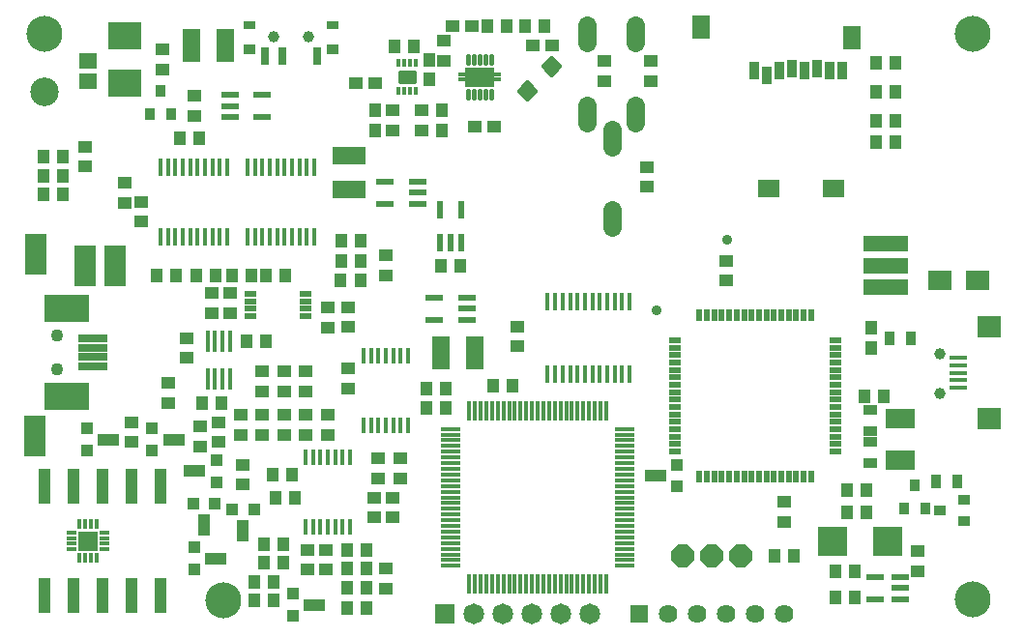
<source format=gts>
G75*
%MOIN*%
%OFA0B0*%
%FSLAX24Y24*%
%IPPOS*%
%LPD*%
%AMOC8*
5,1,8,0,0,1.08239X$1,22.5*
%
%ADD10R,0.0394X0.0197*%
%ADD11R,0.0197X0.0394*%
%ADD12R,0.1024X0.0257*%
%ADD13R,0.1536X0.0946*%
%ADD14C,0.0434*%
%ADD15R,0.0182X0.0591*%
%ADD16R,0.0434X0.0473*%
%ADD17R,0.0473X0.0434*%
%ADD18R,0.0740X0.1390*%
%ADD19R,0.0182X0.0552*%
%ADD20R,0.0440X0.0440*%
%ADD21R,0.0440X0.0740*%
%ADD22R,0.0740X0.0440*%
%ADD23R,0.0168X0.0749*%
%ADD24R,0.0442X0.0201*%
%ADD25R,0.0434X0.1221*%
%ADD26R,0.0985X0.0985*%
%ADD27R,0.0631X0.0237*%
%ADD28R,0.0158X0.0631*%
%ADD29R,0.0715X0.0715*%
%ADD30C,0.0715*%
%ADD31R,0.0631X0.0197*%
%ADD32C,0.0394*%
%ADD33R,0.0631X0.0552*%
%ADD34R,0.1182X0.0631*%
%ADD35R,0.0631X0.1182*%
%ADD36C,0.0985*%
%ADD37R,0.0670X0.0146*%
%ADD38R,0.0146X0.0670*%
%ADD39C,0.0640*%
%ADD40OC8,0.0800*%
%ADD41R,0.0394X0.0355*%
%ADD42R,0.0355X0.0394*%
%ADD43R,0.0355X0.0512*%
%ADD44R,0.0512X0.0355*%
%ADD45R,0.0788X0.0670*%
%ADD46R,0.1140X0.0940*%
%ADD47C,0.0355*%
%ADD48R,0.0640X0.0640*%
%ADD49C,0.0640*%
%ADD50R,0.0985X0.0709*%
%ADD51R,0.0355X0.0631*%
%ADD52R,0.0749X0.0591*%
%ADD53R,0.0591X0.0788*%
%ADD54R,0.0197X0.0631*%
%ADD55C,0.1240*%
%ADD56C,0.0150*%
%ADD57R,0.0985X0.0690*%
%ADD58R,0.0316X0.0150*%
%ADD59C,0.0390*%
%ADD60C,0.0166*%
%ADD61R,0.1540X0.0540*%
%ADD62R,0.0316X0.0631*%
%ADD63R,0.0434X0.0276*%
%ADD64R,0.0434X0.0355*%
%ADD65R,0.0158X0.0296*%
%ADD66C,0.0091*%
%ADD67C,0.0380*%
%ADD68C,0.0157*%
%ADD69R,0.0689X0.0689*%
%ADD70R,0.0276X0.0157*%
%ADD71R,0.0157X0.0276*%
%ADD72R,0.0591X0.0178*%
%ADD73R,0.0788X0.0749*%
D10*
X023224Y006786D03*
X023224Y007042D03*
X023224Y007298D03*
X023224Y007553D03*
X023224Y007809D03*
X023224Y008065D03*
X023224Y008321D03*
X023224Y008577D03*
X023224Y008833D03*
X023224Y009089D03*
X023224Y009345D03*
X023224Y009601D03*
X023224Y009857D03*
X023224Y010112D03*
X023224Y010368D03*
X023224Y010624D03*
X028776Y010624D03*
X028776Y010368D03*
X028776Y010112D03*
X028776Y009857D03*
X028776Y009601D03*
X028776Y009345D03*
X028776Y009089D03*
X028776Y008833D03*
X028776Y008577D03*
X028776Y008321D03*
X028776Y008065D03*
X028776Y007809D03*
X028776Y007553D03*
X028776Y007298D03*
X028776Y007042D03*
X028776Y006786D03*
D11*
X027919Y005929D03*
X027663Y005929D03*
X027407Y005929D03*
X027152Y005929D03*
X026896Y005929D03*
X026640Y005929D03*
X026384Y005929D03*
X026128Y005929D03*
X025872Y005929D03*
X025616Y005929D03*
X025360Y005929D03*
X025104Y005929D03*
X024848Y005929D03*
X024593Y005929D03*
X024337Y005929D03*
X024081Y005929D03*
X024081Y011481D03*
X024337Y011481D03*
X024593Y011481D03*
X024848Y011481D03*
X025104Y011481D03*
X025360Y011481D03*
X025616Y011481D03*
X025872Y011481D03*
X026128Y011481D03*
X026384Y011481D03*
X026640Y011481D03*
X026896Y011481D03*
X027152Y011481D03*
X027407Y011481D03*
X027663Y011481D03*
X027919Y011481D03*
D12*
X003157Y010677D03*
X003157Y010362D03*
X003157Y010048D03*
X003157Y009733D03*
D13*
X002252Y008689D03*
X002252Y011721D03*
D14*
X001917Y010796D03*
X001917Y009614D03*
D15*
X005500Y014205D03*
X005756Y014205D03*
X006012Y014205D03*
X006268Y014205D03*
X006524Y014205D03*
X006780Y014205D03*
X007035Y014205D03*
X007291Y014205D03*
X007547Y014205D03*
X007803Y014205D03*
X008500Y014205D03*
X008756Y014205D03*
X009012Y014205D03*
X009268Y014205D03*
X009524Y014205D03*
X009780Y014205D03*
X010035Y014205D03*
X010291Y014205D03*
X010547Y014205D03*
X010803Y014205D03*
X010803Y016605D03*
X010547Y016605D03*
X010291Y016605D03*
X010035Y016605D03*
X009780Y016605D03*
X009524Y016605D03*
X009268Y016605D03*
X009012Y016605D03*
X008756Y016605D03*
X008500Y016605D03*
X007803Y016605D03*
X007547Y016605D03*
X007291Y016605D03*
X007035Y016605D03*
X006780Y016605D03*
X006524Y016605D03*
X006268Y016605D03*
X006012Y016605D03*
X005756Y016605D03*
X005500Y016605D03*
D16*
X006165Y017605D03*
X006835Y017605D03*
X002135Y016955D03*
X001465Y016955D03*
X001465Y016305D03*
X002135Y016305D03*
X002135Y015655D03*
X001465Y015655D03*
X005365Y012855D03*
X006035Y012855D03*
X006715Y012855D03*
X007385Y012855D03*
X007965Y012855D03*
X008635Y012855D03*
X009115Y012855D03*
X009785Y012855D03*
X011713Y012690D03*
X012382Y012690D03*
X012385Y013355D03*
X011715Y013355D03*
X011715Y014055D03*
X012385Y014055D03*
X015165Y013205D03*
X015835Y013205D03*
X015335Y008955D03*
X014665Y008955D03*
X014665Y008305D03*
X015335Y008305D03*
X016965Y009055D03*
X017635Y009055D03*
X010035Y006005D03*
X009365Y006005D03*
X009465Y005205D03*
X010135Y005205D03*
X009735Y003605D03*
X009065Y003605D03*
X009065Y002955D03*
X009735Y002955D03*
X009385Y002305D03*
X008715Y002305D03*
X008715Y001655D03*
X009385Y001655D03*
X011915Y001405D03*
X012585Y001405D03*
X012585Y002105D03*
X011915Y002105D03*
X011915Y002755D03*
X011915Y003405D03*
X012585Y003405D03*
X012585Y002755D03*
X007585Y008455D03*
X006915Y008455D03*
X008465Y010605D03*
X009135Y010605D03*
X012900Y017870D03*
X012900Y018540D03*
X014750Y019620D03*
X014750Y020290D03*
X014235Y020755D03*
X013565Y020755D03*
X015200Y018540D03*
X015200Y017870D03*
X016765Y021455D03*
X017435Y021455D03*
X018065Y021455D03*
X018735Y021455D03*
X030165Y020205D03*
X030835Y020205D03*
X030835Y019205D03*
X030165Y019205D03*
X030165Y018205D03*
X030835Y018205D03*
X030835Y017455D03*
X030165Y017455D03*
X030000Y011040D03*
X030000Y010370D03*
X029765Y008705D03*
X030435Y008705D03*
X029835Y005455D03*
X029165Y005455D03*
X029165Y004705D03*
X029835Y004705D03*
X027335Y003205D03*
X026665Y003205D03*
X028765Y002655D03*
X029435Y002655D03*
X029435Y001755D03*
X028765Y001755D03*
D17*
X031600Y002670D03*
X031600Y003340D03*
X027000Y004370D03*
X027000Y005040D03*
X017800Y010420D03*
X017800Y011090D03*
X013250Y012870D03*
X013250Y013540D03*
X011953Y011743D03*
X011250Y011740D03*
X011250Y011070D03*
X011953Y011074D03*
X011950Y009640D03*
X011950Y008970D03*
X011250Y008040D03*
X010500Y008040D03*
X009750Y008040D03*
X009000Y008040D03*
X008250Y008040D03*
X007500Y007790D03*
X006850Y007640D03*
X007500Y007120D03*
X006850Y006970D03*
X008250Y007370D03*
X009000Y007370D03*
X009750Y007370D03*
X010500Y007370D03*
X011250Y007370D03*
X013000Y006540D03*
X013750Y006540D03*
X013750Y005870D03*
X013000Y005870D03*
X012850Y005190D03*
X013500Y005190D03*
X013500Y004520D03*
X012850Y004520D03*
X011200Y003390D03*
X010550Y003390D03*
X010550Y002720D03*
X011200Y002720D03*
X013250Y002740D03*
X013250Y002070D03*
X008329Y005660D03*
X008329Y006329D03*
X005750Y008470D03*
X005750Y009140D03*
X006400Y010020D03*
X006400Y010690D03*
X007250Y011570D03*
X007900Y011570D03*
X007900Y012240D03*
X007250Y012240D03*
X004831Y014728D03*
X004831Y015398D03*
X004250Y015370D03*
X004250Y016040D03*
X002900Y016620D03*
X002900Y017290D03*
X006650Y018370D03*
X006650Y019040D03*
X005550Y019970D03*
X005550Y020640D03*
X012215Y019505D03*
X012885Y019505D03*
X013500Y018540D03*
X013500Y017870D03*
X014500Y017870D03*
X014500Y018540D03*
X016315Y018005D03*
X016985Y018005D03*
X015250Y020270D03*
X015250Y020940D03*
X015565Y021455D03*
X016235Y021455D03*
X018341Y020788D03*
X019011Y020788D03*
X020800Y020240D03*
X020800Y019570D03*
X022400Y019570D03*
X022400Y020240D03*
X022250Y016590D03*
X022250Y015920D03*
X025007Y013354D03*
X025007Y012685D03*
X010500Y009540D03*
X009750Y009540D03*
X009000Y009540D03*
X009000Y008870D03*
X009750Y008870D03*
X010500Y008870D03*
X004500Y007790D03*
X004500Y007120D03*
D18*
X001176Y007327D03*
X002895Y013205D03*
X003946Y013192D03*
X001201Y013602D03*
D19*
X010500Y006605D03*
X010756Y006605D03*
X011012Y006605D03*
X011268Y006605D03*
X011524Y006605D03*
X011780Y006605D03*
X012035Y006605D03*
X012500Y007705D03*
X012756Y007705D03*
X013012Y007705D03*
X013268Y007705D03*
X013524Y007705D03*
X013780Y007705D03*
X014035Y007705D03*
X014035Y010105D03*
X013780Y010105D03*
X013524Y010105D03*
X013268Y010105D03*
X013012Y010105D03*
X012756Y010105D03*
X012500Y010105D03*
X012035Y004205D03*
X011780Y004205D03*
X011524Y004205D03*
X011268Y004205D03*
X011012Y004205D03*
X010756Y004205D03*
X010500Y004205D03*
D20*
X008720Y004805D03*
X007970Y004805D03*
X007370Y005005D03*
X006620Y005005D03*
X007421Y005735D03*
X007421Y006485D03*
X005200Y006825D03*
X005200Y007575D03*
X002950Y007575D03*
X002950Y006825D03*
X006650Y003475D03*
X006650Y002725D03*
X010050Y001875D03*
X010050Y001125D03*
X023300Y005585D03*
X023300Y006335D03*
D21*
X008345Y004055D03*
X006995Y004255D03*
D22*
X007400Y003100D03*
X010800Y001500D03*
X006671Y006110D03*
X005950Y007200D03*
X003700Y007200D03*
X022550Y005960D03*
D23*
X007884Y009305D03*
X007628Y009305D03*
X007372Y009305D03*
X007116Y009305D03*
X007116Y010605D03*
X007372Y010605D03*
X007628Y010605D03*
X007884Y010605D03*
D24*
X008610Y011455D03*
X008610Y011711D03*
X008610Y011967D03*
X008610Y012223D03*
X010500Y012223D03*
X010500Y011967D03*
X010500Y011711D03*
X010500Y011455D03*
D25*
X001500Y001823D03*
X002500Y001823D03*
X003500Y001823D03*
X004500Y001823D03*
X005500Y001823D03*
X005500Y005587D03*
X004500Y005587D03*
X003500Y005587D03*
X002500Y005587D03*
X001500Y005587D03*
D26*
X028650Y003705D03*
X030579Y003705D03*
D27*
X031000Y002453D03*
X031000Y002079D03*
X031000Y001705D03*
X030134Y001705D03*
X030134Y002453D03*
D28*
X021663Y009445D03*
X021407Y009445D03*
X021152Y009445D03*
X020896Y009445D03*
X020640Y009445D03*
X020384Y009445D03*
X020128Y009445D03*
X019872Y009445D03*
X019616Y009445D03*
X019360Y009445D03*
X019104Y009445D03*
X018848Y009445D03*
X018848Y011965D03*
X019104Y011965D03*
X019360Y011965D03*
X019616Y011965D03*
X019872Y011965D03*
X020128Y011965D03*
X020384Y011965D03*
X020640Y011965D03*
X020896Y011965D03*
X021152Y011965D03*
X021407Y011965D03*
X021663Y011965D03*
D29*
X015300Y001205D03*
D30*
X016300Y001205D03*
X017300Y001205D03*
X018300Y001205D03*
X019300Y001205D03*
X020300Y001205D03*
D31*
X016060Y011335D03*
X016060Y011709D03*
X016060Y012083D03*
X014938Y012083D03*
X014938Y011335D03*
X014360Y015335D03*
X014360Y015709D03*
X014360Y016083D03*
X013238Y016083D03*
X013238Y015335D03*
X009012Y018327D03*
X009012Y019075D03*
X007890Y019075D03*
X007890Y018701D03*
X007890Y018327D03*
D32*
X009409Y021105D03*
X010591Y021105D03*
X032370Y010172D03*
X032370Y008794D03*
D33*
X003000Y019570D03*
X003000Y020240D03*
D34*
X012000Y016996D03*
X012000Y015814D03*
D35*
X007741Y020805D03*
X006559Y020805D03*
X015159Y010205D03*
X016341Y010205D03*
D36*
X001500Y019205D03*
D37*
X015508Y007567D03*
X015508Y007370D03*
X015508Y007174D03*
X015508Y006977D03*
X015508Y006780D03*
X015508Y006583D03*
X015508Y006386D03*
X015508Y006189D03*
X015508Y005992D03*
X015508Y005796D03*
X015508Y005599D03*
X015508Y005402D03*
X015508Y005205D03*
X015508Y005008D03*
X015508Y004811D03*
X015508Y004614D03*
X015508Y004418D03*
X015508Y004221D03*
X015508Y004024D03*
X015508Y003827D03*
X015508Y003630D03*
X015508Y003433D03*
X015508Y003236D03*
X015508Y003040D03*
X015508Y002843D03*
X021492Y002843D03*
X021492Y003040D03*
X021492Y003236D03*
X021492Y003433D03*
X021492Y003630D03*
X021492Y003827D03*
X021492Y004024D03*
X021492Y004221D03*
X021492Y004418D03*
X021492Y004614D03*
X021492Y004811D03*
X021492Y005008D03*
X021492Y005205D03*
X021492Y005402D03*
X021492Y005599D03*
X021492Y005796D03*
X021492Y005992D03*
X021492Y006189D03*
X021492Y006386D03*
X021492Y006583D03*
X021492Y006780D03*
X021492Y006977D03*
X021492Y007174D03*
X021492Y007370D03*
X021492Y007567D03*
D38*
X020862Y008197D03*
X020665Y008197D03*
X020469Y008197D03*
X020272Y008197D03*
X020075Y008197D03*
X019878Y008197D03*
X019681Y008197D03*
X019484Y008197D03*
X019287Y008197D03*
X019091Y008197D03*
X018894Y008197D03*
X018697Y008197D03*
X018500Y008197D03*
X018303Y008197D03*
X018106Y008197D03*
X017909Y008197D03*
X017713Y008197D03*
X017516Y008197D03*
X017319Y008197D03*
X017122Y008197D03*
X016925Y008197D03*
X016728Y008197D03*
X016531Y008197D03*
X016335Y008197D03*
X016138Y008197D03*
X016138Y002213D03*
X016335Y002213D03*
X016531Y002213D03*
X016728Y002213D03*
X016925Y002213D03*
X017122Y002213D03*
X017319Y002213D03*
X017516Y002213D03*
X017713Y002213D03*
X017909Y002213D03*
X018106Y002213D03*
X018303Y002213D03*
X018500Y002213D03*
X018697Y002213D03*
X018894Y002213D03*
X019091Y002213D03*
X019287Y002213D03*
X019484Y002213D03*
X019681Y002213D03*
X019878Y002213D03*
X020075Y002213D03*
X020272Y002213D03*
X020469Y002213D03*
X020665Y002213D03*
X020862Y002213D03*
D39*
X021062Y014527D02*
X021062Y015127D01*
X021062Y017283D02*
X021062Y017883D01*
X021862Y018127D02*
X021862Y018727D01*
X020212Y018727D02*
X020212Y018127D01*
X020212Y020883D02*
X020212Y021483D01*
X021862Y021483D02*
X021862Y020883D01*
D40*
X023500Y003205D03*
X024500Y003205D03*
X025500Y003205D03*
D41*
X032367Y004755D03*
X033194Y004381D03*
X033194Y005129D03*
D42*
X031874Y004811D03*
X031126Y004811D03*
X031500Y005638D03*
X005874Y018411D03*
X005126Y018411D03*
X005500Y019238D03*
D43*
X030646Y010705D03*
X031354Y010705D03*
X032246Y005755D03*
X032954Y005755D03*
D44*
X029950Y006401D03*
X029950Y007109D03*
X029950Y007501D03*
X029950Y008209D03*
D45*
X032350Y012705D03*
X033650Y012705D03*
D46*
X004250Y019499D03*
X004250Y021111D03*
D47*
X022614Y011671D03*
X025034Y014091D03*
D48*
X022000Y001205D03*
D49*
X023000Y001205D03*
X024000Y001205D03*
X025000Y001205D03*
X026000Y001205D03*
X027000Y001205D03*
D50*
X031000Y006477D03*
X031000Y007933D03*
D51*
X026413Y019760D03*
X026846Y019918D03*
X027280Y019996D03*
X027713Y019918D03*
X028146Y019996D03*
X028579Y019918D03*
X029012Y019918D03*
X025980Y019918D03*
D52*
X026449Y015862D03*
X028693Y015862D03*
D53*
X029323Y021040D03*
X024146Y021433D03*
D54*
X015878Y015117D03*
X015130Y015117D03*
X015130Y013995D03*
X015504Y013995D03*
X015878Y013995D03*
D55*
X001500Y021205D03*
X007650Y001655D03*
X033500Y001705D03*
X033500Y021205D03*
D56*
X016894Y020425D02*
X016894Y020201D01*
X016697Y020201D02*
X016697Y020425D01*
X016500Y020425D02*
X016500Y020201D01*
X016303Y020201D02*
X016303Y020425D01*
X016106Y020425D02*
X016106Y020201D01*
X016106Y019209D02*
X016106Y018985D01*
X016303Y018985D02*
X016303Y019209D01*
X016500Y019209D02*
X016500Y018985D01*
X016697Y018985D02*
X016697Y019209D01*
X016894Y019209D02*
X016894Y018985D01*
D57*
X016500Y019705D03*
D58*
X015890Y019607D03*
X015890Y019803D03*
X017110Y019803D03*
X017110Y019607D03*
D59*
X016736Y019705D03*
X016264Y019705D03*
D60*
X017860Y019237D02*
X018132Y019509D01*
X018404Y019237D01*
X018132Y018965D01*
X017860Y019237D01*
X017967Y019130D02*
X018297Y019130D01*
X018346Y019295D02*
X017918Y019295D01*
X018083Y019460D02*
X018181Y019460D01*
X018968Y020345D02*
X019240Y020073D01*
X018968Y019801D01*
X018696Y020073D01*
X018968Y020345D01*
X019133Y019966D02*
X018803Y019966D01*
X018754Y020131D02*
X019182Y020131D01*
X019017Y020296D02*
X018919Y020296D01*
D61*
X030500Y013955D03*
X030500Y013205D03*
X030500Y012455D03*
D62*
X010886Y020416D03*
X009705Y020416D03*
X009114Y020416D03*
D63*
X008563Y021499D03*
X011437Y021499D03*
D64*
X011437Y020672D03*
X008563Y020672D03*
D65*
X013705Y020197D03*
X013902Y020197D03*
X014098Y020197D03*
X014295Y020197D03*
X014295Y019213D03*
X014098Y019213D03*
X013902Y019213D03*
X013705Y019213D03*
D66*
X014260Y019524D02*
X014260Y019886D01*
X014260Y019524D02*
X013740Y019524D01*
X013740Y019886D01*
X014260Y019886D01*
X014260Y019614D02*
X013740Y019614D01*
X013740Y019704D02*
X014260Y019704D01*
X014260Y019794D02*
X013740Y019794D01*
X013740Y019884D02*
X014260Y019884D01*
D67*
X014000Y019705D03*
D68*
X003295Y004177D03*
X003098Y004177D03*
X002902Y004177D03*
X002705Y004177D03*
X002528Y004000D03*
X002528Y003803D03*
X002528Y003607D03*
X002528Y003410D03*
X002705Y003233D03*
X002902Y003233D03*
X003098Y003233D03*
X003295Y003233D03*
X003472Y003410D03*
X003472Y003607D03*
X003472Y003803D03*
X003472Y004000D03*
D69*
X003000Y003705D03*
D70*
X002390Y003607D03*
X002390Y003803D03*
X002390Y004000D03*
X002390Y003410D03*
X003610Y003410D03*
X003610Y003607D03*
X003610Y003803D03*
X003610Y004000D03*
D71*
X003295Y004315D03*
X003098Y004315D03*
X002902Y004315D03*
X002705Y004315D03*
X002705Y003095D03*
X002902Y003095D03*
X003098Y003095D03*
X003295Y003095D03*
D72*
X033007Y008993D03*
X033007Y009249D03*
X033007Y009505D03*
X033007Y009761D03*
X033007Y010017D03*
D73*
X034050Y011080D03*
X034050Y007930D03*
M02*

</source>
